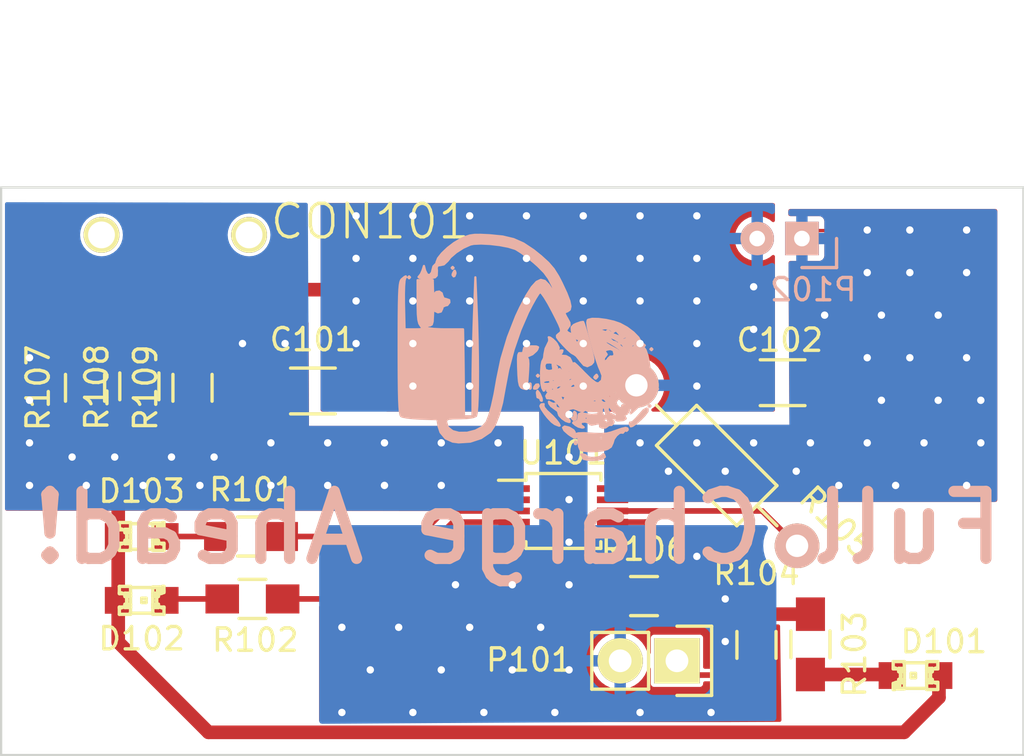
<source format=kicad_pcb>
(kicad_pcb (version 20221018) (generator pcbnew)
  (layers (0 "F.Cu" signal) (31 "B.Cu" signal) (34 "B.Paste" user) (35 "F.Paste" user) (36 "B.SilkS" user "B.Silkscreen") (37 "F.SilkS" user "F.Silkscreen") (38 "B.Mask" user) (39 "F.Mask" user) (44 "Edge.Cuts" user))
  (net 0 "")
  (net 1 "GND")
  (net 2 "Net-(CON101-Pad3)")
  (net 3 "Net-(CON101-Pad4)")
  (net 4 "Net-(CON101-Pad2)")
  (net 5 "Net-(D101-Pad2)")
  (net 6 "Net-(D102-Pad2)")
  (net 7 "Net-(D103-Pad2)")
  (net 8 "Net-(P101-Pad1)")
  (net 9 "Net-(R101-Pad1)")
  (net 10 "Net-(R102-Pad1)")
  (net 11 "Net-(R103-Pad1)")
  (net 12 "Net-(R105-Pad2)")
  (net 13 "Net-(R106-Pad2)")
  (net 14 "/Vdd")
  (net 15 "/Vbat")
  (footprint "Capacitors_SMD:C_1206_HandSoldering" (layer "F.Cu") (at 158.7246 105.62844)
    (fp_text reference "C101" (at 0 -2.3) (layer "F.SilkS"))
    (fp_text value "4.7U" hide)
    (pad "1" smd rect (at -2 0) (size 2 1.6) (layers "F.Cu" "F.Paste" "F.Mask") (net 14 "/Vdd"))
    (pad "2" smd rect (at 2 0) (size 2 1.6) (layers "F.Cu" "F.Paste" "F.Mask") (net 1 "GND"))
  )
  (footprint "Capacitors_SMD:C_1206_HandSoldering" (layer "F.Cu") (at 179.7304 105.2576 180)
    (fp_text reference "C102" (at 0.127 1.905 180) (layer "F.SilkS"))
    (fp_text value "4.7U" hide)
    (pad "1" smd rect (at -2 0 180) (size 2 1.6) (layers "F.Cu" "F.Paste" "F.Mask") (net 15 "/Vbat"))
    (pad "2" smd rect (at 2 0 180) (size 2 1.6) (layers "F.Cu" "F.Paste" "F.Mask") (net 1 "GND"))
  )
  (footprint "FCA:10118193" (layer "F.Cu") (at 152.56876 98.64344 180)
    (fp_text reference "CON101" (at -8.72124 0.59944 180) (layer "F.SilkS") (effects (font (size 1.5 1.5))))
    (fp_text value "USB-MICRO-B" hide)
    (pad "" np_thru_hole circle (at -3.3 0 180) (size 1.6 1.6) (drill 1.2) (layers "*.Cu" "*.Mask" "F.SilkS"))
    (pad "" np_thru_hole circle (at 3.3 0 180) (size 1.6 1.6) (drill 1.2) (layers "*.Cu" "*.Mask" "F.SilkS"))
    (pad "1" smd rect (at -1.3 -2.675 180) (size 0.4 1.35) (layers "F.Cu" "F.Paste" "F.Mask") (net 14 "/Vdd"))
    (pad "2" smd rect (at -0.65 -2.675 180) (size 0.4 1.35) (layers "F.Cu" "F.Paste" "F.Mask") (net 4 "Net-(CON101-Pad2)"))
    (pad "3" smd rect (at 0 -2.675 180) (size 0.4 1.35) (layers "F.Cu" "F.Paste" "F.Mask") (net 2 "Net-(CON101-Pad3)"))
    (pad "4" smd rect (at 0.65 -2.675 180) (size 0.4 1.35) (layers "F.Cu" "F.Paste" "F.Mask") (net 3 "Net-(CON101-Pad4)"))
    (pad "5" smd rect (at 1.3 -2.675 180) (size 0.4 1.35) (layers "F.Cu" "F.Paste" "F.Mask") (net 1 "GND"))
    (pad "6" smd rect (at -3.2 -2.45 180) (size 1.6 1.4) (layers "F.Cu" "F.Paste" "F.Mask") (net 1 "GND"))
    (pad "7" smd rect (at 3.2 -2.45 180) (size 1.6 1.4) (layers "F.Cu" "F.Paste" "F.Mask") (net 1 "GND"))
    (pad "8" smd rect (at -1.2 0 180) (size 1.9 1.9) (layers "F.Cu" "F.Paste" "F.Mask") (net 1 "GND"))
    (pad "9" smd rect (at 1.2 0 180) (size 1.9 1.9) (layers "F.Cu" "F.Paste" "F.Mask") (net 1 "GND"))
  )
  (footprint "LEDs:LED-0805" (layer "F.Cu") (at 185.674 118.364 180)
    (fp_text reference "D101" (at -1.27 1.524 180) (layer "F.SilkS"))
    (fp_text value "NOPOP" hide)
    (pad "1" smd rect (at -1.04902 0 180) (size 1.19888 1.19888) (layers "F.Cu" "F.Paste" "F.Mask") (net 14 "/Vdd"))
    (pad "2" smd rect (at 1.04902 0 180) (size 1.19888 1.19888) (layers "F.Cu" "F.Paste" "F.Mask") (net 5 "Net-(D101-Pad2)"))
  )
  (footprint "LEDs:LED-0805" (layer "F.Cu") (at 151.0665 114.9985)
    (fp_text reference "D102" (at 0 1.7145) (layer "F.SilkS"))
    (fp_text value "LED" hide)
    (pad "1" smd rect (at -1.04902 0) (size 1.19888 1.19888) (layers "F.Cu" "F.Paste" "F.Mask") (net 14 "/Vdd"))
    (pad "2" smd rect (at 1.04902 0) (size 1.19888 1.19888) (layers "F.Cu" "F.Paste" "F.Mask") (net 6 "Net-(D102-Pad2)"))
  )
  (footprint "LEDs:LED-0805" (layer "F.Cu") (at 151.0665 112.141)
    (fp_text reference "D103" (at 0 -2.032) (layer "F.SilkS"))
    (fp_text value "LED" hide)
    (pad "1" smd rect (at -1.04902 0) (size 1.19888 1.19888) (layers "F.Cu" "F.Paste" "F.Mask") (net 14 "/Vdd"))
    (pad "2" smd rect (at 1.04902 0) (size 1.19888 1.19888) (layers "F.Cu" "F.Paste" "F.Mask") (net 7 "Net-(D103-Pad2)"))
  )
  (footprint "Resistors_SMD:R_0805_HandSoldering" (layer "F.Cu") (at 155.956 112.141 180)
    (fp_text reference "R101" (at -0.0635 2.0955 180) (layer "F.SilkS"))
    (fp_text value "470" hide)
    (pad "1" smd rect (at -1.35 0 180) (size 1.5 1.3) (layers "F.Cu" "F.Paste" "F.Mask") (net 9 "Net-(R101-Pad1)"))
    (pad "2" smd rect (at 1.35 0 180) (size 1.5 1.3) (layers "F.Cu" "F.Paste" "F.Mask") (net 7 "Net-(D103-Pad2)"))
  )
  (footprint "Resistors_SMD:R_0805_HandSoldering" (layer "F.Cu") (at 156.0195 114.935 180)
    (fp_text reference "R102" (at -0.127 -1.8415 180) (layer "F.SilkS"))
    (fp_text value "470" hide)
    (pad "1" smd rect (at -1.35 0 180) (size 1.5 1.3) (layers "F.Cu" "F.Paste" "F.Mask") (net 10 "Net-(R102-Pad1)"))
    (pad "2" smd rect (at 1.35 0 180) (size 1.5 1.3) (layers "F.Cu" "F.Paste" "F.Mask") (net 6 "Net-(D102-Pad2)"))
  )
  (footprint "Resistors_SMD:R_0805_HandSoldering" (layer "F.Cu") (at 180.975 116.967 -90)
    (fp_text reference "R103" (at 0.4445 -1.9685 90) (layer "F.SilkS"))
    (fp_text value "NOPOP" hide)
    (pad "1" smd rect (at -1.35 0 270) (size 1.5 1.3) (layers "F.Cu" "F.Paste" "F.Mask") (net 11 "Net-(R103-Pad1)"))
    (pad "2" smd rect (at 1.35 0 270) (size 1.5 1.3) (layers "F.Cu" "F.Paste" "F.Mask") (net 5 "Net-(D101-Pad2)"))
  )
  (footprint "Resistors_SMD:R_0805_HandSoldering" (layer "F.Cu") (at 178.562 116.9924 -90)
    (fp_text reference "R104" (at -3.2004 0 180) (layer "F.SilkS"))
    (fp_text value "1K" hide)
    (pad "1" smd rect (at -1.35 0 270) (size 1.5 1.3) (layers "F.Cu" "F.Paste" "F.Mask") (net 11 "Net-(R103-Pad1)"))
    (pad "2" smd rect (at 1.35 0 270) (size 1.5 1.3) (layers "F.Cu" "F.Paste" "F.Mask") (net 8 "Net-(P101-Pad1)"))
  )
  (footprint "Resistors_ThroughHole:Resistor_Horizontal_RM10mm" (layer "F.Cu") (at 176.784 108.966 -45)
    (fp_text reference "R105" (at 5.567759 -1.975656 315) (layer "F.SilkS"))
    (fp_text value "10K")
    (pad "1" thru_hole circle (at -5.08 0 315) (size 1.99898 1.99898) (drill 1.00076) (layers "*.Cu" "*.SilkS" "*.Mask") (net 1 "GND"))
    (pad "2" thru_hole circle (at 5.08 0 315) (size 1.99898 1.99898) (drill 1.00076) (layers "*.Cu" "*.SilkS" "*.Mask") (net 12 "Net-(R105-Pad2)"))
  )
  (footprint "Resistors_SMD:R_0805_HandSoldering" (layer "F.Cu") (at 173.5328 114.808)
    (fp_text reference "R106" (at 0 -2.1) (layer "F.SilkS"))
    (fp_text value "2K" hide)
    (pad "1" smd rect (at -1.35 0) (size 1.5 1.3) (layers "F.Cu" "F.Paste" "F.Mask") (net 1 "GND"))
    (pad "2" smd rect (at 1.35 0) (size 1.5 1.3) (layers "F.Cu" "F.Paste" "F.Mask") (net 13 "Net-(R106-Pad2)"))
  )
  (footprint "Resistors_SMD:R_0805_HandSoldering" (layer "F.Cu") (at 148.53412 105.4862 90)
    (fp_text reference "R107" (at 0 -2.1 90) (layer "F.SilkS"))
    (fp_text value "NOPOP" hide)
    (pad "1" smd rect (at -1.35 0 90) (size 1.5 1.3) (layers "F.Cu" "F.Paste" "F.Mask") (net 14 "/Vdd"))
    (pad "2" smd rect (at 1.35 0 90) (size 1.5 1.3) (layers "F.Cu" "F.Paste" "F.Mask") (net 3 "Net-(CON101-Pad4)"))
  )
  (footprint "Resistors_SMD:R_0805_HandSoldering" (layer "F.Cu") (at 150.96236 105.42016 90)
    (fp_text reference "R108" (at -0.04064 -1.905 90) (layer "F.SilkS"))
    (fp_text value "NOPOP" hide)
    (pad "1" smd rect (at -1.35 0 90) (size 1.5 1.3) (layers "F.Cu" "F.Paste" "F.Mask") (net 14 "/Vdd"))
    (pad "2" smd rect (at 1.35 0 90) (size 1.5 1.3) (layers "F.Cu" "F.Paste" "F.Mask") (net 2 "Net-(CON101-Pad3)"))
  )
  (footprint "Resistors_SMD:R_0805_HandSoldering" (layer "F.Cu") (at 153.3398 105.4862 90)
    (fp_text reference "R109" (at 0 -2.1 90) (layer "F.SilkS"))
    (fp_text value "NOPOP" hide)
    (pad "1" smd rect (at -1.35 0 90) (size 1.5 1.3) (layers "F.Cu" "F.Paste" "F.Mask") (net 14 "/Vdd"))
    (pad "2" smd rect (at 1.35 0 90) (size 1.5 1.3) (layers "F.Cu" "F.Paste" "F.Mask") (net 4 "Net-(CON101-Pad2)"))
  )
  (footprint "Housings_SSOP:MSOP-10_3x3mm_Pitch0.5mm" (layer "F.Cu") (at 169.926 110.998)
    (fp_text reference "U101" (at 0 -2.6) (layer "F.SilkS"))
    (fp_text value "MCP73834-FCI/UN" hide)
    (pad "1" smd rect (at -2.2 -1) (size 1.4 0.3) (layers "F.Cu" "F.Paste" "F.Mask") (net 14 "/Vdd"))
    (pad "2" smd rect (at -2.2 -0.5) (size 1.4 0.3) (layers "F.Cu" "F.Paste" "F.Mask") (net 14 "/Vdd"))
    (pad "3" smd rect (at -2.2 0) (size 1.4 0.3) (layers "F.Cu" "F.Paste" "F.Mask") (net 9 "Net-(R101-Pad1)"))
    (pad "4" smd rect (at -2.2 0.5) (size 1.4 0.3) (layers "F.Cu" "F.Paste" "F.Mask") (net 10 "Net-(R102-Pad1)"))
    (pad "5" smd rect (at -2.2 1) (size 1.4 0.3) (layers "F.Cu" "F.Paste" "F.Mask") (net 1 "GND"))
    (pad "6" smd rect (at 2.2 1) (size 1.4 0.3) (layers "F.Cu" "F.Paste" "F.Mask") (net 13 "Net-(R106-Pad2)"))
    (pad "7" smd rect (at 2.2 0.5) (size 1.4 0.3) (layers "F.Cu" "F.Paste" "F.Mask") (net 11 "Net-(R103-Pad1)"))
    (pad "8" smd rect (at 2.2 0) (size 1.4 0.3) (layers "F.Cu" "F.Paste" "F.Mask") (net 12 "Net-(R105-Pad2)"))
    (pad "9" smd rect (at 2.2 -0.5) (size 1.4 0.3) (layers "F.Cu" "F.Paste" "F.Mask") (net 15 "/Vbat"))
    (pad "10" smd rect (at 2.2 -1) (size 1.4 0.3) (layers "F.Cu" "F.Paste" "F.Mask") (net 15 "/Vbat"))
  )
  (footprint "Pin_Headers:Pin_Header_Straight_1x02" (layer "F.Cu") (at 175.006 117.7036 -90)
    (fp_text reference "P101" (at -0.0381 6.604) (layer "F.SilkS"))
    (fp_text value "CONN_01X02" hide)
    (pad "1" thru_hole rect (at 0 0 270) (size 2.032 2.032) (drill 1.016) (layers "*.Cu" "*.Mask" "F.SilkS") (net 8 "Net-(P101-Pad1)"))
    (pad "2" thru_hole oval (at 0 2.54 270) (size 2.032 2.032) (drill 1.016) (layers "*.Cu" "*.Mask" "F.SilkS") (net 1 "GND"))
  )
  (footprint "FCA:JST_2pin" (layer "B.Cu") (at 180.594 98.806 90)
    (fp_text reference "P102" (at -2.286 0.508 180) (layer "B.SilkS") (effects (justify mirror)))
    (fp_text value "CONN_01X02" hide)
    (pad "1" thru_hole rect (at 0 0 90) (size 1.5 1.5) (drill 0.7) (layers "*.Cu" "*.Mask" "B.SilkS") (net 15 "/Vbat"))
    (pad "2" thru_hole oval (at 0 -2 90) (size 1.5 1.5) (drill 0.7) (layers "*.Cu" "*.Mask" "B.SilkS") (net 1 "GND"))
  )
  (footprint "FCA:FCA-TINY" (layer "B.Cu") (at 168.148 103.378)
    (fp_text reference "G***" hide)
    (fp_text value "FCA-TINY" hide)
  )
  (gr_line (start 144.78 121.92) (end 190.5 121.92) (stroke (width 0.1)) (layer "Edge.Cuts"))
  (gr_line (start 190.5 121.92) (end 190.5 96.52) (stroke (width 0.1)) (layer "Edge.Cuts"))
  (gr_line (start 190.5 96.52) (end 144.78 96.52) (stroke (width 0.1)) (layer "Edge.Cuts"))
  (gr_line (start 144.78 96.52) (end 144.78 121.92) (stroke (width 0.1)) (layer "Edge.Cuts"))
  (gr_text "Full Charge Ahead!" (at 167.894 111.76) (layer "B.SilkS") (effects (font (size 3 3) (thickness 0.5)) (justify mirror)))
  (segment (start 160.7246 103.5746) (end 160.655 103.505) (width 0.1524) (layer "F.Cu") (net 1))
  (segment (start 160.655 101.6) (end 160.655 99.695) (width 0.1524) (layer "F.Cu") (net 1))
  (segment (start 160.655 97.79) (end 163.195 97.79) (width 0.1524) (layer "F.Cu") (net 1))
  (segment (start 163.195 99.695) (end 163.195 101.6) (width 0.1524) (layer "F.Cu") (net 1))
  (segment (start 163.195 103.505) (end 163.195 105.41) (width 0.1524) (layer "F.Cu") (net 1))
  (segment (start 165.735 105.41) (end 165.735 103.505) (width 0.1524) (layer "F.Cu") (net 1))
  (segment (start 165.735 101.6) (end 165.735 99.695) (width 0.1524) (layer "F.Cu") (net 1))
  (segment (start 165.735 97.79) (end 168.275 97.79) (width 0.1524) (layer "F.Cu") (net 1))
  (segment (start 168.275 99.695) (end 168.275 101.6) (width 0.1524) (layer "F.Cu") (net 1))
  (segment (start 168.275 103.505) (end 168.275 105.41) (width 0.1524) (layer "F.Cu") (net 1))
  (segment (start 170.815 105.41) (end 170.815 103.505) (width 0.1524) (layer "F.Cu") (net 1))
  (segment (start 170.815 101.6) (end 170.815 99.695) (width 0.1524) (layer "F.Cu") (net 1))
  (segment (start 170.815 97.79) (end 173.355 97.79) (width 0.1524) (layer "F.Cu") (net 1))
  (segment (start 173.355 99.695) (end 173.355 101.6) (width 0.1524) (layer "F.Cu") (net 1))
  (segment (start 173.355 103.505) (end 173.355 105.41) (width 0.1524) (layer "F.Cu") (net 1))
  (segment (start 175.895 105.41) (end 175.895 103.505) (width 0.1524) (layer "F.Cu") (net 1))
  (segment (start 175.895 101.6) (end 175.895 99.695) (width 0.1524) (layer "F.Cu") (net 1))
  (segment (start 178.4604 100.9396) (end 178.435 100.965) (width 0.1524) (layer "F.Cu") (net 1))
  (segment (start 170.815 106.045) (end 170.18 106.68) (width 0.1524) (layer "F.Cu") (net 1))
  (segment (start 170.18 108.585) (end 170.18 110.49) (width 0.1524) (layer "F.Cu") (net 1))
  (segment (start 170.18 112.395) (end 170.18 114.3) (width 0.1524) (layer "F.Cu") (net 1))
  (segment (start 167.64 114.3) (end 165.1 114.3) (width 0.1524) (layer "F.Cu") (net 1))
  (segment (start 160.02 116.205) (end 162.56 116.205) (width 0.1524) (layer "F.Cu") (net 1))
  (segment (start 165.735 116.205) (end 168.91 116.205) (width 0.1524) (layer "F.Cu") (net 1))
  (segment (start 170.18 118.11) (end 167.64 118.11) (width 0.1524) (layer "F.Cu") (net 1))
  (segment (start 164.465 118.11) (end 161.29 118.11) (width 0.1524) (layer "F.Cu") (net 1))
  (segment (start 160.02 120.015) (end 163.195 120.015) (width 0.1524) (layer "F.Cu") (net 1))
  (segment (start 166.37 120.015) (end 169.545 120.015) (width 0.1524) (layer "F.Cu") (net 1))
  (segment (start 173.355 120.015) (end 176.53 120.015) (width 0.1524) (layer "F.Cu") (net 1))
  (segment (start 177.165 116.84) (end 177.165 114.935) (width 0.1524) (layer "F.Cu") (net 1))
  (segment (start 159.76456 101.09344) (end 159.766 101.092) (width 0.6096) (layer "F.Cu") (net 1))
  (segment (start 149.36876 100.64344) (end 151.36876 98.64344) (width 0.6096) (layer "F.Cu") (net 1))
  (segment (start 170.815 105.41) (end 170.815 106.045) (width 0.1524) (layer "F.Cu") (net 1))
  (segment (start 151.26876 101.31844) (end 151.26876 98.74344) (width 0.254) (layer "F.Cu") (net 1))
  (segment (start 153.76876 99.09344) (end 155.76876 101.09344) (width 0.6096) (layer "F.Cu") (net 1))
  (segment (start 160.7246 105.62844) (end 160.7246 103.5746) (width 0.1524) (layer "F.Cu") (net 1))
  (segment (start 151.36876 98.64344) (end 153.76876 98.64344) (width 0.6096) (layer "F.Cu") (net 1))
  (segment (start 155.76876 101.09344) (end 159.76456 101.09344) (width 0.6096) (layer "F.Cu") (net 1))
  (segment (start 151.26876 98.74344) (end 151.36876 98.64344) (width 0.254) (layer "F.Cu") (net 1))
  (segment (start 178.4604 98.4504) (end 178.4604 100.9396) (width 0.1524) (layer "F.Cu") (net 1))
  (segment (start 153.76876 98.64344) (end 153.76876 99.09344) (width 0.6096) (layer "F.Cu") (net 1))
  (segment (start 149.36876 101.09344) (end 149.36876 100.64344) (width 0.6096) (layer "F.Cu") (net 1))
  (via (at 163.195 120.015) (size 0.6858) (drill 0.3302) (layers "F.Cu" "B.Cu") (net 1))
  (via (at 177.165 116.84) (size 0.6858) (drill 0.3302) (layers "F.Cu" "B.Cu") (net 1))
  (via (at 165.735 101.6) (size 0.6858) (drill 0.3302) (layers "F.Cu" "B.Cu") (net 1))
  (via (at 175.895 113.03) (size 0.6858) (drill 0.3302) (layers "F.Cu" "B.Cu") (net 1))
  (via (at 170.815 105.41) (size 0.6858) (drill 0.3302) (layers "F.Cu" "B.Cu") (net 1))
  (via (at 168.275 97.79) (size 0.6858) (drill 0.3302) (layers "F.Cu" "B.Cu") (net 1))
  (via (at 170.18 106.68) (size 0.6858) (drill 0.3302) (layers "F.Cu" "B.Cu") (net 1))
  (via (at 160.655 97.79) (size 0.6858) (drill 0.3302) (layers "F.Cu" "B.Cu") (net 1))
  (via (at 170.815 99.695) (size 0.6858) (drill 0.3302) (layers "F.Cu" "B.Cu") (net 1))
  (via (at 170.18 110.49) (size 0.6858) (drill 0.3302) (layers "F.Cu" "B.Cu") (net 1))
  (via (at 173.355 101.6) (size 0.6858) (drill 0.3302) (layers "F.Cu" "B.Cu") (net 1))
  (via (at 169.545 120.015) (size 0.6858) (drill 0.3302) (layers "F.Cu" "B.Cu") (net 1))
  (via (at 176.53 120.015) (size 0.6858) (drill 0.3302) (layers "F.Cu" "B.Cu") (net 1))
  (via (at 168.275 105.41) (size 0.6858) (drill 0.3302) (layers "F.Cu" "B.Cu") (net 1))
  (via (at 163.195 105.41) (size 0.6858) (drill 0.3302) (layers "F.Cu" "B.Cu") (net 1))
  (via (at 168.91 116.205) (size 0.6858) (drill 0.3302) (layers "F.Cu" "B.Cu") (net 1))
  (via (at 173.355 120.015) (size 0.6858) (drill 0.3302) (layers "F.Cu" "B.Cu") (net 1))
  (via (at 163.195 97.79) (size 0.6858) (drill 0.3302) (layers "F.Cu" "B.Cu") (net 1))
  (via (at 168.275 101.6) (size 0.6858) (drill 0.3302) (layers "F.Cu" "B.Cu") (net 1))
  (via (at 160.655 99.695) (size 0.6858) (drill 0.3302) (layers "F.Cu" "B.Cu") (net 1))
  (via (at 175.895 99.695) (size 0.6858) (drill 0.3302) (layers "F.Cu" "B.Cu") (net 1))
  (via (at 170.18 118.11) (size 0.6858) (drill 0.3302) (layers "F.Cu" "B.Cu") (net 1))
  (via (at 163.195 103.505) (size 0.6858) (drill 0.3302) (layers "F.Cu" "B.Cu") (net 1))
  (via (at 166.37 120.015) (size 0.6858) (drill 0.3302) (layers "F.Cu" "B.Cu") (net 1))
  (via (at 160.02 116.205) (size 0.6858) (drill 0.3302) (layers "F.Cu" "B.Cu") (net 1))
  (via (at 170.18 114.3) (size 0.6858) (drill 0.3302) (layers "F.Cu" "B.Cu") (net 1))
  (via (at 165.735 97.79) (size 0.6858) (drill 0.3302) (layers "F.Cu" "B.Cu") (net 1))
  (via (at 160.655 101.6) (size 0.6858) (drill 0.3302) (layers "F.Cu" "B.Cu") (net 1))
  (via (at 163.195 99.695) (size 0.6858) (drill 0.3302) (layers "F.Cu" "B.Cu") (net 1))
  (via (at 178.435 100.965) (size 0.6858) (drill 0.3302) (layers "F.Cu" "B.Cu") (net 1))
  (via (at 170.815 103.505) (size 0.6858) (drill 0.3302) (layers "F.Cu" "B.Cu") (net 1))
  (via (at 165.735 103.505) (size 0.6858) (drill 0.3302) (layers "F.Cu" "B.Cu") (net 1))
  (via (at 168.275 103.505) (size 0.6858) (drill 0.3302) (layers "F.Cu" "B.Cu") (net 1))
  (via (at 170.18 108.585) (size 0.6858) (drill 0.3302) (layers "F.Cu" "B.Cu") (net 1))
  (via (at 173.355 99.695) (size 0.6858) (drill 0.3302) (layers "F.Cu" "B.Cu") (net 1))
  (via (at 165.1 114.3) (size 0.6858) (drill 0.3302) (layers "F.Cu" "B.Cu") (net 1))
  (via (at 163.195 101.6) (size 0.6858) (drill 0.3302) (layers "F.Cu" "B.Cu") (net 1))
  (via (at 175.895 103.505) (size 0.6858) (drill 0.3302) (layers "F.Cu" "B.Cu") (net 1))
  (via (at 165.735 105.41) (size 0.6858) (drill 0.3302) (layers "F.Cu" "B.Cu") (net 1))
  (via (at 160.02 120.015) (size 0.6858) (drill 0.3302) (layers "F.Cu" "B.Cu") (net 1))
  (via (at 170.815 101.6) (size 0.6858) (drill 0.3302) (layers "F.Cu" "B.Cu") (net 1))
  (via (at 160.655 103.505) (size 0.6858) (drill 0.3302) (layers "F.Cu" "B.Cu") (net 1))
  (via (at 165.735 116.205) (size 0.6858) (drill 0.3302) (layers "F.Cu" "B.Cu") (net 1))
  (via (at 170.18 112.395) (size 0.6858) (drill 0.3302) (layers "F.Cu" "B.Cu") (net 1))
  (via (at 173.355 103.505) (size 0.6858) (drill 0.3302) (layers "F.Cu" "B.Cu") (net 1))
  (via (at 164.465 118.11) (size 0.6858) (drill 0.3302) (layers "F.Cu" "B.Cu") (net 1))
  (via (at 175.895 101.6) (size 0.6858) (drill 0.3302) (layers "F.Cu" "B.Cu") (net 1))
  (via (at 165.735 99.695) (size 0.6858) (drill 0.3302) (layers "F.Cu" "B.Cu") (net 1))
  (via (at 175.895 105.41) (size 0.6858) (drill 0.3302) (layers "F.Cu" "B.Cu") (net 1))
  (via (at 162.56 116.205) (size 0.6858) (drill 0.3302) (layers "F.Cu" "B.Cu") (net 1))
  (via (at 167.64 114.3) (size 0.6858) (drill 0.3302) (layers "F.Cu" "B.Cu") (net 1))
  (via (at 170.815 97.79) (size 0.6858) (drill 0.3302) (layers "F.Cu" "B.Cu") (net 1))
  (via (at 178.435 102.87) (size 0.6858) (drill 0.3302) (layers "F.Cu" "B.Cu") (net 1))
  (via (at 177.165 114.935) (size 0.6858) (drill 0.3302) (layers "F.Cu" "B.Cu") (net 1))
  (via (at 168.275 99.695) (size 0.6858) (drill 0.3302) (layers "F.Cu" "B.Cu") (net 1))
  (via (at 175.895 97.79) (size 0.6858) (drill 0.3302) (layers "F.Cu" "B.Cu") (net 1))
  (via (at 167.64 118.11) (size 0.6858) (drill 0.3302) (layers "F.Cu" "B.Cu") (net 1))
  (via (at 173.355 97.79) (size 0.6858) (drill 0.3302) (layers "F.Cu" "B.Cu") (net 1))
  (via (at 161.29 118.11) (size 0.6858) (drill 0.3302) (layers "F.Cu" "B.Cu") (net 1))
  (segment (start 160.655 103.505) (end 160.655 101.6) (width 0.1524) (layer "B.Cu") (net 1))
  (segment (start 160.655 99.695) (end 160.655 97.79) (width 0.1524) (layer "B.Cu") (net 1))
  (segment (start 163.195 97.79) (end 163.195 99.695) (width 0.1524) (layer "B.Cu") (net 1))
  (segment (start 163.195 101.6) (end 163.195 103.505) (width 0.1524) (layer "B.Cu") (net 1))
  (segment (start 163.195 105.41) (end 165.735 105.41) (width 0.1524) (layer "B.Cu") (net 1))
  (segment (start 165.735 103.505) (end 165.735 101.6) (width 0.1524) (layer "B.Cu") (net 1))
  (segment (start 165.735 99.695) (end 165.735 97.79) (width 0.1524) (layer "B.Cu") (net 1))
  (segment (start 168.275 97.79) (end 168.275 99.695) (width 0.1524) (layer "B.Cu") (net 1))
  (segment (start 168.275 101.6) (end 168.275 103.505) (width 0.1524) (layer "B.Cu") (net 1))
  (segment (start 168.275 105.41) (end 170.815 105.41) (width 0.1524) (layer "B.Cu") (net 1))
  (segment (start 170.815 103.505) (end 170.815 101.6) (width 0.1524) (layer "B.Cu") (net 1))
  (segment (start 170.815 99.695) (end 170.815 97.79) (width 0.1524) (layer "B.Cu") (net 1))
  (segment (start 173.355 97.79) (end 173.355 99.695) (width 0.1524) (layer "B.Cu") (net 1))
  (segment (start 173.355 101.6) (end 173.355 103.505) (width 0.1524) (layer "B.Cu") (net 1))
  (segment (start 173.355 105.41) (end 175.895 105.41) (width 0.1524) (layer "B.Cu") (net 1))
  (segment (start 175.895 103.505) (end 175.895 101.6) (width 0.1524) (layer "B.Cu") (net 1))
  (segment (start 175.895 99.695) (end 175.895 97.79) (width 0.1524) (layer "B.Cu") (net 1))
  (segment (start 178.435 100.965) (end 178.435 102.87) (width 0.1524) (layer "B.Cu") (net 1))
  (segment (start 170.18 106.68) (end 170.18 108.585) (width 0.1524) (layer "B.Cu") (net 1))
  (segment (start 170.18 110.49) (end 170.18 112.395) (width 0.1524) (layer "B.Cu") (net 1))
  (segment (start 170.18 114.3) (end 167.64 114.3) (width 0.1524) (layer "B.Cu") (net 1))
  (segment (start 165.1 114.3) (end 163.195 114.3) (width 0.1524) (layer "B.Cu") (net 1))
  (segment (start 163.195 114.3) (end 161.925 115.57) (width 0.1524) (layer "B.Cu") (net 1))
  (segment (start 161.925 115.57) (end 160.655 115.57) (width 0.1524) (layer "B.Cu") (net 1))
  (segment (start 160.655 115.57) (end 160.02 116.205) (width 0.1524) (layer "B.Cu") (net 1))
  (segment (start 162.56 116.205) (end 165.735 116.205) (width 0.1524) (layer "B.Cu") (net 1))
  (segment (start 168.91 116.205) (end 170.18 117.475) (width 0.1524) (layer "B.Cu") (net 1))
  (segment (start 170.18 117.475) (end 170.18 118.11) (width 0.1524) (layer "B.Cu") (net 1))
  (segment (start 167.64 118.11) (end 164.465 118.11) (width 0.1524) (layer "B.Cu") (net 1))
  (segment (start 161.29 118.11) (end 160.02 119.38) (width 0.1524) (layer "B.Cu") (net 1))
  (segment (start 160.02 119.38) (end 160.02 120.015) (width 0.1524) (layer "B.Cu") (net 1))
  (segment (start 163.195 120.015) (end 166.37 120.015) (width 0.1524) (layer "B.Cu") (net 1))
  (segment (start 169.545 120.015) (end 173.355 120.015) (width 0.1524) (layer "B.Cu") (net 1))
  (segment (start 176.53 120.015) (end 177.165 119.38) (width 0.1524) (layer "B.Cu") (net 1))
  (segment (start 177.165 119.38) (end 177.165 116.84) (width 0.1524) (layer "B.Cu") (net 1))
  (segment (start 177.165 114.935) (end 175.895 113.665) (width 0.1524) (layer "B.Cu") (net 1))
  (segment (start 175.895 113.665) (end 175.895 113.03) (width 0.1524) (layer "B.Cu") (net 1))
  (segment (start 151.84408 103.18844) (end 150.96236 104.07016) (width 0.254) (layer "F.Cu") (net 2))
  (segment (start 152.56876 101.31844) (end 152.56876 102.26944) (width 0.254) (layer "F.Cu") (net 2))
  (segment (start 152.56876 102.26944) (end 152.05964 102.77856) (width 0.254) (layer "F.Cu") (net 2))
  (segment (start 152.05964 102.77856) (end 152.05964 102.87288) (width 0.254) (layer "F.Cu") (net 2))
  (segment (start 151.84408 103.08844) (end 151.84408 103.18844) (width 0.254) (layer "F.Cu") (net 2))
  (segment (start 152.05964 102.87288) (end 151.84408 103.08844) (width 0.254) (layer "F.Cu") (net 2))
  (segment (start 151.54004 102.62616) (end 148.85924 102.62616) (width 0.254) (layer "F.Cu") (net 3))
  (segment (start 148.53412 102.95128) (end 148.53412 104.1362) (width 0.254) (layer "F.Cu") (net 3))
  (segment (start 151.91876 102.24744) (end 151.54004 102.62616) (width 0.254) (layer "F.Cu") (net 3))
  (segment (start 151.91876 101.31844) (end 151.91876 102.24744) (width 0.254) (layer "F.Cu") (net 3))
  (segment (start 148.85924 102.62616) (end 148.53412 102.95128) (width 0.254) (layer "F.Cu") (net 3))
  (segment (start 153.21876 104.01516) (end 153.3398 104.1362) (width 0.254) (layer "F.Cu") (net 4))
  (segment (start 153.21876 101.31844) (end 153.21876 104.01516) (width 0.254) (layer "F.Cu") (net 4))
  (segment (start 184.57798 118.317) (end 184.62498 118.364) (width 0.6096) (layer "F.Cu") (net 5))
  (segment (start 180.975 118.317) (end 184.57798 118.317) (width 0.6096) (layer "F.Cu") (net 5))
  (segment (start 152.17902 114.935) (end 152.11552 114.9985) (width 0.1524) (layer "F.Cu") (net 6))
  (segment (start 154.6695 114.935) (end 152.17902 114.935) (width 0.254) (layer "F.Cu") (net 6))
  (segment (start 152.11552 112.141) (end 154.606 112.141) (width 0.254) (layer "F.Cu") (net 7))
  (segment (start 175.6448 118.3424) (end 175.006 117.7036) (width 0.1524) (layer "F.Cu") (net 8))
  (segment (start 178.562 118.3424) (end 175.6448 118.3424) (width 0.254) (layer "F.Cu") (net 8))
  (segment (start 163.449 112.141) (end 164.592 110.998) (width 0.254) (layer "F.Cu") (net 9))
  (segment (start 164.592 110.998) (end 167.726 110.998) (width 0.254) (layer "F.Cu") (net 9))
  (segment (start 157.306 112.141) (end 163.449 112.141) (width 0.254) (layer "F.Cu") (net 9))
  (segment (start 164.981 111.498) (end 161.544 114.935) (width 0.254) (layer "F.Cu") (net 10))
  (segment (start 161.544 114.935) (end 157.3695 114.935) (width 0.254) (layer "F.Cu") (net 10))
  (segment (start 167.726 111.498) (end 164.981 111.498) (width 0.254) (layer "F.Cu") (net 10))
  (segment (start 178.6725 115.5319) (end 178.562 115.6424) (width 0.1524) (layer "F.Cu") (net 11))
  (segment (start 178.562 113.792) (end 177.038 112.268) (width 0.254) (layer "F.Cu") (net 11))
  (segment (start 177.038 112.268) (end 174.371 112.268) (width 0.254) (layer "F.Cu") (net 11))
  (segment (start 174.371 112.268) (end 173.601 111.498) (width 0.254) (layer "F.Cu") (net 11))
  (segment (start 173.601 111.498) (end 172.126 111.498) (width 0.254) (layer "F.Cu") (net 11))
  (segment (start 178.5874 115.617) (end 178.562 115.6424) (width 0.1524) (layer "F.Cu") (net 11))
  (segment (start 178.5874 115.617) (end 178.562 115.6424) (width 0.6096) (layer "F.Cu") (net 11))
  (segment (start 180.975 115.617) (end 178.5874 115.617) (width 0.6096) (layer "F.Cu") (net 11))
  (segment (start 178.562 115.6424) (end 178.562 113.792) (width 0.254) (layer "F.Cu") (net 11))
  (segment (start 175.26 110.998) (end 175.307 110.998) (width 0.254) (layer "F.Cu") (net 12))
  (segment (start 178.816 110.998) (end 180.376102 112.558102) (width 0.254) (layer "F.Cu") (net 12))
  (segment (start 172.126 110.998) (end 175.26 110.998) (width 0.254) (layer "F.Cu") (net 12))
  (segment (start 175.26 110.998) (end 178.816 110.998) (width 0.254) (layer "F.Cu") (net 12))
  (segment (start 173.212 111.998) (end 174.879 113.665) (width 0.254) (layer "F.Cu") (net 13))
  (segment (start 174.879 113.665) (end 174.879 114.8042) (width 0.254) (layer "F.Cu") (net 13))
  (segment (start 174.879 114.8042) (end 174.8828 114.808) (width 0.1524) (layer "F.Cu") (net 13))
  (segment (start 172.126 111.998) (end 173.212 111.998) (width 0.254) (layer "F.Cu") (net 13))
  (segment (start 150.01748 116.87048) (end 150.01748 114.7445) (width 0.6096) (layer "F.Cu") (net 14))
  (segment (start 150.01748 110.07852) (end 150.241 109.855) (width 0.6096) (layer "F.Cu") (net 14))
  (segment (start 156.7246 107.8296) (end 156.845 107.95) (width 0.1524) (layer "F.Cu") (net 14))
  (segment (start 159.385 107.95) (end 161.925 107.95) (width 0.1524) (layer "F.Cu") (net 14))
  (segment (start 164.465 107.95) (end 167.005 107.95) (width 0.1524) (layer "F.Cu") (net 14))
  (segment (start 164.465 109.855) (end 161.925 109.855) (width 0.1524) (layer "F.Cu") (net 14))
  (segment (start 159.385 109.855) (end 156.845 109.855) (width 0.1524) (layer "F.Cu") (net 14))
  (segment (start 153.67 109.855) (end 151.13 109.855) (width 0.1524) (layer "F.Cu") (net 14))
  (segment (start 148.59 109.855) (end 146.05 109.855) (width 0.1524) (layer "F.Cu") (net 14))
  (segment (start 146.05 107.95) (end 146.05 106.045) (width 0.1524) (layer "F.Cu") (net 14))
  (segment (start 154.94 107.95) (end 154.305 108.585) (width 0.1524) (layer "F.Cu") (net 14))
  (segment (start 152.4 108.585) (end 150.495 108.585) (width 0.1524) (layer "F.Cu") (net 14))
  (segment (start 150.495 108.585) (end 149.86 108.585) (width 0.1524) (layer "F.Cu") (net 14))
  (segment (start 156.7246 104.2604) (end 157.48 103.505) (width 0.1524) (layer "F.Cu") (net 14))
  (segment (start 186.72302 119.34698) (end 185.166 120.904) (width 0.6096) (layer "F.Cu") (net 14))
  (segment (start 185.166 120.904) (end 154.051 120.904) (width 0.6096) (layer "F.Cu") (net 14))
  (segment (start 154.051 120.904) (end 150.01748 116.87048) (width 0.6096) (layer "F.Cu") (net 14))
  (segment (start 150.89632 106.8362) (end 150.96236 106.77016) (width 0.6096) (layer "F.Cu") (net 14))
  (segment (start 153.27376 106.77016) (end 153.3398 106.8362) (width 0.6096) (layer "F.Cu") (net 14))
  (segment (start 153.86876 101.61588) (end 154.19832 101.94544) (width 0.254) (layer "F.Cu") (net 14))
  (segment (start 156.7246 105.62844) (end 156.7246 104.2604) (width 0.1524) (layer "F.Cu") (net 14))
  (segment (start 154.32276 101.31844) (end 154.6098 101.60548) (width 0.254) (layer "F.Cu") (net 14))
  (segment (start 156.7246 105.62844) (end 156.7246 107.8296) (width 0.1524) (layer "F.Cu") (net 14))
  (segment (start 153.86876 102.82364) (end 153.86876 101.31844) (width 0.254) (layer "F.Cu") (net 14))
  (segment (start 150.01748 114.7445) (end 150.01748 112.141) (width 0.6096) (layer "F.Cu") (net 14))
  (segment (start 156.845 107.95) (end 154.94 107.95) (width 0.1524) (layer "F.Cu") (net 14))
  (segment (start 154.6098 101.60548) (end 154.6098 102.9716) (width 0.254) (layer "F.Cu") (net 14))
  (segment (start 153.86876 101.31844) (end 154.32276 101.31844) (width 0.254) (layer "F.Cu") (net 14))
  (segment (start 150.01748 112.141) (end 150.01748 110.07852) (width 0.6096) (layer "F.Cu") (net 14))
  (segment (start 153.86876 101.31844) (end 153.86876 101.61588) (width 0.254) (layer "F.Cu") (net 14))
  (segment (start 154.19832 101.94544) (end 154.19832 102.743) (width 0.254) (layer "F.Cu") (net 14))
  (segment (start 186.72302 118.364) (end 186.72302 119.34698) (width 0.6096) (layer "F.Cu") (net 14))
  (via (at 161.925 109.855) (size 0.6858) (drill 0.3302) (layers "F.Cu" "B.Cu") (net 14))
  (via (at 157.48 103.505) (size 0.6858) (drill 0.3302) (layers "F.Cu" "B.Cu") (net 14))
  (via (at 148.59 109.855) (size 0.6858) (drill 0.3302) (layers "F.Cu" "B.Cu") (net 14))
  (via (at 167.005 107.95) (size 0.6858) (drill 0.3302) (layers "F.Cu" "B.Cu") (net 14))
  (via (at 146.05 104.14) (size 0.6858) (drill 0.3302) (layers "F.Cu" "B.Cu") (net 14))
  (via (at 164.465 109.855) (size 0.6858) (drill 0.3302) (layers "F.Cu" "B.Cu") (net 14))
  (via (at 153.67 109.855) (size 0.6858) (drill 0.3302) (layers "F.Cu" "B.Cu") (net 14))
  (via (at 156.845 109.855) (size 0.6858) (drill 0.3302) (layers "F.Cu" "B.Cu") (net 14))
  (via (at 154.305 108.585) (size 0.6858) (drill 0.3302) (layers "F.Cu" "B.Cu") (net 14))
  (via (at 147.955 108.585) (size 0.6858) (drill 0.3302) (layers "F.Cu" "B.Cu") (net 14))
  (via (at 146.05 106.045) (size 0.6858) (drill 0.3302) (layers "F.Cu" "B.Cu") (net 14))
  (via (at 155.575 103.505) (size 0.6858) (drill 0.3302) (layers "F.Cu" "B.Cu") (net 14))
  (via (at 146.05 107.95) (size 0.6858) (drill 0.3302) (layers "F.Cu" "B.Cu") (net 14))
  (via (at 149.86 108.585) (size 0.6858) (drill 0.3302) (layers "F.Cu" "B.Cu") (net 14))
  (via (at 164.465 107.95) (size 0.6858) (drill 0.3302) (layers "F.Cu" "B.Cu") (net 14))
  (via (at 159.385 109.855) (size 0.6858) (drill 0.3302) (layers "F.Cu" "B.Cu") (net 14))
  (via (at 161.925 107.95) (size 0.6858) (drill 0.3302) (layers "F.Cu" "B.Cu") (net 14))
  (via (at 146.05 109.855) (size 0.6858) (drill 0.3302) (layers "F.Cu" "B.Cu") (net 14))
  (via (at 156.845 107.95) (size 0.6858) (drill 0.3302) (layers "F.Cu" "B.Cu") (net 14))
  (via (at 152.4 108.585) (size 0.6858) (drill 0.3302) (layers "F.Cu" "B.Cu") (net 14))
  (via (at 151.13 109.855) (size 0.6858) (drill 0.3302) (layers "F.Cu" "B.Cu") (net 14))
  (via (at 159.385 107.95) (size 0.6858) (drill 0.3302) (layers "F.Cu" "B.Cu") (net 14))
  (segment (start 156.845 107.95) (end 159.385 107.95) (width 0.1524) (layer "B.Cu") (net 14))
  (segment (start 161.925 107.95) (end 164.465 107.95) (width 0.1524) (layer "B.Cu") (net 14))
  (segment (start 167.005 107.95) (end 165.1 109.855) (width 0.1524) (layer "B.Cu") (net 14))
  (segment (start 165.1 109.855) (end 164.465 109.855) (width 0.1524) (layer "B.Cu") (net 14))
  (segment (start 161.925 109.855) (end 159.385 109.855) (width 0.1524) (layer "B.Cu") (net 14))
  (segment (start 156.845 109.855) (end 153.67 109.855) (width 0.1524) (layer "B.Cu") (net 14))
  (segment (start 151.13 109.855) (end 148.59 109.855) (width 0.1524) (layer "B.Cu") (net 14))
  (segment (start 146.05 109.855) (end 146.05 107.95) (width 0.1524) (layer "B.Cu") (net 14))
  (segment (start 146.05 106.045) (end 146.05 104.14) (width 0.1524) (layer "B.Cu") (net 14))
  (segment (start 154.305 108.585) (end 152.4 108.585) (width 0.1524) (layer "B.Cu") (net 14))
  (segment (start 149.86 108.585) (end 147.955 108.585) (width 0.1524) (layer "B.Cu") (net 14))
  (segment (start 157.48 103.505) (end 155.575 103.505) (width 0.1524) (layer "B.Cu") (net 14))
  (segment (start 183.4896 98.4504) (end 183.515 98.425) (width 0.1524) (layer "F.Cu") (net 15))
  (segment (start 185.42 98.425) (end 187.96 98.425) (width 0.1524) (layer "F.Cu") (net 15))
  (segment (start 187.96 100.33) (end 185.42 100.33) (width 0.1524) (layer "F.Cu") (net 15))
  (segment (start 183.515 100.33) (end 182.245 101.6) (width 0.1524) (layer "F.Cu") (net 15))
  (segment (start 182.245 101.6) (end 181.61 102.235) (width 0.1524) (layer "F.Cu") (net 15))
  (segment (start 184.15 102.235) (end 186.69 102.235) (width 0.1524) (layer "F.Cu") (net 15))
  (segment (start 187.96 104.14) (end 185.42 104.14) (width 0.1524) (layer "F.Cu") (net 15))
  (segment (start 183.515 104.14) (end 184.15 104.775) (width 0.1524) (layer "F.Cu") (net 15))
  (segment (start 184.15 104.775) (end 184.15 106.045) (width 0.1524) (layer "F.Cu") (net 15))
  (segment (start 186.69 106.045) (end 188.595 106.045) (width 0.1524) (layer "F.Cu") (net 15))
  (segment (start 188.595 107.95) (end 186.055 107.95) (width 0.1524) (layer "F.Cu") (net 15))
  (segment (start 183.515 107.95) (end 180.975 107.95) (width 0.1524) (layer "F.Cu") (net 15))
  (segment (start 178.435 107.95) (end 175.895 107.95) (width 0.1524) (layer "F.Cu") (net 15))
  (segment (start 173.355 107.95) (end 174.625 109.22) (width 0.1524) (layer "F.Cu") (net 15))
  (segment (start 177.165 109.22) (end 180.34 109.22) (width 0.1524) (layer "F.Cu") (net 15))
  (segment (start 182.245 109.855) (end 184.785 109.855) (width 0.1524) (layer "F.Cu") (net 15))
  (segment (start 183.4896 98.4504) (end 181.0004 98.4504) (width 0.1524) (layer "F.Cu") (net 15))
  (via (at 185.42 98.425) (size 0.6858) (drill 0.3302) (layers "F.Cu" "B.Cu") (net 15))
  (via (at 180.975 107.95) (size 0.6858) (drill 0.3302) (layers "F.Cu" "B.Cu") (net 15))
  (via (at 177.165 109.22) (size 0.6858) (drill 0.3302) (layers "F.Cu" "B.Cu") (net 15))
  (via (at 185.42 100.33) (size 0.6858) (drill 0.3302) (layers "F.Cu" "B.Cu") (net 15))
  (via (at 183.515 104.14) (size 0.6858) (drill 0.3302) (layers "F.Cu" "B.Cu") (net 15))
  (via (at 183.515 100.33) (size 0.6858) (drill 0.3302) (layers "F.Cu" "B.Cu") (net 15))
  (via (at 183.515 98.425) (size 0.6858) (drill 0.3302) (layers "F.Cu" "B.Cu") (net 15))
  (via (at 184.785 109.855) (size 0.6858) (drill 0.3302) (layers "F.Cu" "B.Cu") (net 15))
  (via (at 175.895 107.95) (size 0.6858) (drill 0.3302) (layers "F.Cu" "B.Cu") (net 15))
  (via (at 185.42 104.14) (size 0.6858) (drill 0.3302) (layers "F.Cu" "B.Cu") (net 15))
  (via (at 173.355 107.95) (size 0.6858) (drill 0.3302) (layers "F.Cu" "B.Cu") (net 15))
  (via (at 186.69 106.045) (size 0.6858) (drill 0.3302) (layers "F.Cu" "B.Cu") (net 15))
  (via (at 186.055 107.95) (size 0.6858) (drill 0.3302) (layers "F.Cu" "B.Cu") (net 15))
  (via (at 187.96 98.425) (size 0.6858) (drill 0.3302) (layers "F.Cu" "B.Cu") (net 15))
  (via (at 184.15 106.045) (size 0.6858) (drill 0.3302) (layers "F.Cu" "B.Cu") (net 15))
  (via (at 181.61 102.235) (size 0.6858) (drill 0.3302) (layers "F.Cu" "B.Cu") (net 15))
  (via (at 187.96 100.33) (size 0.6858) (drill 0.3302) (layers "F.Cu" "B.Cu") (net 15))
  (via (at 182.245 109.855) (size 0.6858) (drill 0.3302) (layers "F.Cu" "B.Cu") (net 15))
  (via (at 187.96 109.855) (size 0.6858) (drill 0.3302) (layers "F.Cu" "B.Cu") (net 15))
  (via (at 186.69 102.235) (size 0.6858) (drill 0.3302) (layers "F.Cu" "B.Cu") (net 15))
  (via (at 183.515 107.95) (size 0.6858) (drill 0.3302) (layers "F.Cu" "B.Cu") (net 15))
  (via (at 188.595 106.045) (size 0.6858) (drill 0.3302) (layers "F.Cu" "B.Cu") (net 15))
  (via (at 180.34 109.22) (size 0.6858) (drill 0.3302) (layers "F.Cu" "B.Cu") (net 15))
  (via (at 188.595 107.95) (size 0.6858) (drill 0.3302) (layers "F.Cu" "B.Cu") (net 15))
  (via (at 184.15 102.235) (size 0.6858) (drill 0.3302) (layers "F.Cu" "B.Cu") (net 15))
  (via (at 187.96 104.14) (size 0.6858) (drill 0.3302) (layers "F.Cu" "B.Cu") (net 15))
  (via (at 174.625 109.22) (size 0.6858) (drill 0.3302) (layers "F.Cu" "B.Cu") (net 15))
  (via (at 178.435 107.95) (size 0.6858) (drill 0.3302) (layers "F.Cu" "B.Cu") (net 15))
  (segment (start 183.515 98.425) (end 185.42 98.425) (width 0.1524) (layer "B.Cu") (net 15))
  (segment (start 187.96 98.425) (end 187.96 100.33) (width 0.1524) (layer "B.Cu") (net 15))
  (segment (start 185.42 100.33) (end 183.515 100.33) (width 0.1524) (layer "B.Cu") (net 15))
  (segment (start 181.61 102.235) (end 184.15 102.235) (width 0.1524) (layer "B.Cu") (net 15))
  (segment (start 186.69 102.235) (end 187.96 103.505) (width 0.1524) (layer "B.Cu") (net 15))
  (segment (start 187.96 103.505) (end 187.96 104.14) (width 0.1524) (layer "B.Cu") (net 15))
  (segment (start 185.42 104.14) (end 183.515 104.14) (width 0.1524) (layer "B.Cu") (net 15))
  (segment (start 184.15 106.045) (end 186.69 106.045) (width 0.1524) (layer "B.Cu") (net 15))
  (segment (start 188.595 106.045) (end 188.595 107.95) (width 0.1524) (layer "B.Cu") (net 15))
  (segment (start 186.055 107.95) (end 183.515 107.95) (width 0.1524) (layer "B.Cu") (net 15))
  (segment (start 180.975 107.95) (end 178.435 107.95) (width 0.1524) (layer "B.Cu") (net 15))
  (segment (start 175.895 107.95) (end 173.355 107.95) (width 0.1524) (layer "B.Cu") (net 15))
  (segment (start 174.625 109.22) (end 177.165 109.22) (width 0.1524) (layer "B.Cu") (net 15))
  (segment (start 180.34 109.22) (end 180.975 109.855) (width 0.1524) (layer "B.Cu") (net 15))
  (segment (start 180.975 109.855) (end 182.245 109.855) (width 0.1524) (layer "B.Cu") (net 15))
  (segment (start 187.96 109.855) (end 184.785 109.855) (width 0.1524) (layer "B.Cu") (net 15))
  (zone (net 1) (net_name "GND") (layer "F.Cu") (connect_pads (clearance 0.1524)) (min_thickness 0.1524) (fill yes (thermal_gap 0.254) (thermal_bridge_width 0.254))
    (polygon (pts (xy 159.0675 99.568) (xy 159.0675 106.553) (xy 168.8465 106.553) (xy 168.91 111.6965) (xy 158.99892 111.67872) (xy 158.99892 120.51792) (xy 179.6796 120.43664) (xy 179.5526 111.66094) (xy 170.942 111.76) (xy 171.0055 106.553) (xy 179.3875 106.553) (xy 179.3875 97.2185) (xy 159.0675 97.2185) (xy 159.0675 99.822)))
  )
  (zone (net 15) (net_name "/Vbat") (layer "F.Cu") (connect_pads (clearance 0.1524)) (min_thickness 0.1524) (fill yes (thermal_gap 0.254) (thermal_bridge_width 0.254))
    (polygon (pts (xy 189.3316 110.5916) (xy 171.7548 110.5916) (xy 171.7548 107.1372) (xy 180.0352 107.1372) (xy 179.9844 97.4852) (xy 189.3316 97.4852)))
  )
  (zone (net 14) (net_name "/Vdd") (layer "F.Cu") (connect_pads (clearance 0.1524)) (min_thickness 0.1524) (fill yes (thermal_gap 0.254) (thermal_bridge_width 0.254))
    (polygon (pts (xy 168.148 110.998) (xy 144.9578 110.98784) (xy 144.99336 102.49916) (xy 158.53156 102.50932) (xy 158.5468 107.188) (xy 168.148 107.188)))
  )
  (zone (net 14) (net_name "/Vdd") (layer "B.Cu") (connect_pads (clearance 0.1524)) (min_thickness 0.1524) (fill yes (thermal_gap 0.254) (thermal_bridge_width 0.254))
    (polygon (pts (xy 168.148 110.998) (xy 144.95272 110.9726) (xy 144.95272 97.1804) (xy 158.496 97.2058) (xy 158.5468 107.188) (xy 168.148 107.188)))
  )
  (zone (net 15) (net_name "/Vbat") (layer "B.Cu") (connect_pads (clearance 0.508)) (min_thickness 0.254) (fill yes (thermal_gap 0.254) (thermal_bridge_width 0.508))
    (polygon (pts (xy 189.3316 110.5916) (xy 171.7548 110.5916) (xy 171.7548 107.1372) (xy 180.0352 107.1372) (xy 179.9844 97.4852) (xy 189.3316 97.4852)))
  )
  (zone (net 1) (net_name "GND") (layer "B.Cu") (connect_pads (clearance 0.508)) (min_thickness 0.254) (fill yes (thermal_gap 0.508) (thermal_bridge_width 0.508))
    (polygon (pts (xy 179.451 120.396) (xy 159.004 120.523) (xy 159.004 111.633) (xy 168.8465 111.633) (xy 168.8465 106.553) (xy 159.0675 106.553) (xy 159.0675 99.822) (xy 159.0675 99.568) (xy 159.0675 97.2185) (xy 179.3875 97.2185) (xy 179.3875 106.553) (xy 171.0055 106.553) (xy 171.0055 111.633) (xy 179.451 111.633)))
  )
)
</source>
